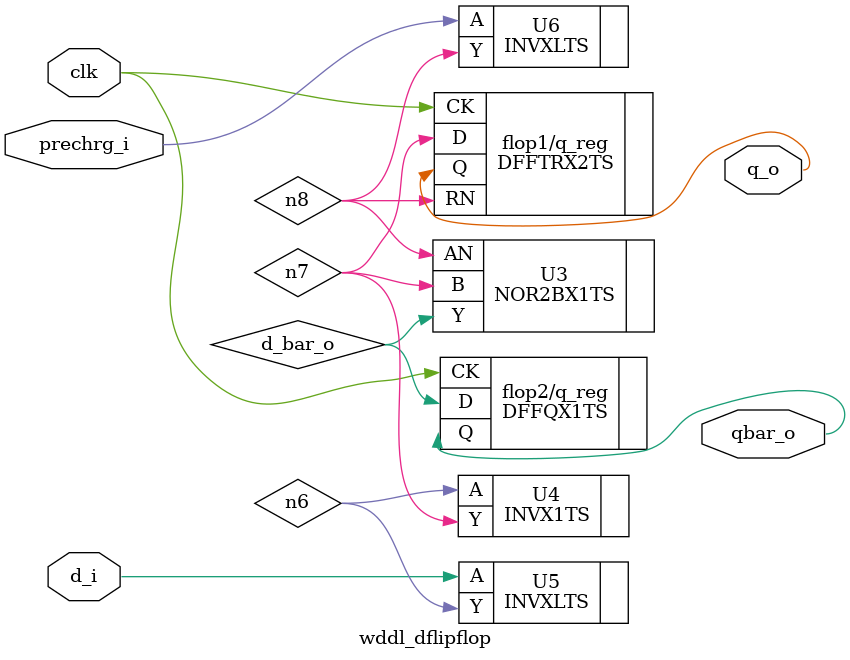
<source format=v>

module wddl_dflipflop ( d_i, prechrg_i, clk, q_o, qbar_o );
  input d_i, prechrg_i, clk;
  output q_o, qbar_o;
  wire   d_bar_o, n6, n7, n8;

  DFFQX1TS \flop2/q_reg  ( .D(d_bar_o), .CK(clk), .Q(qbar_o) );
  DFFTRX2TS \flop1/q_reg  ( .D(n7), .RN(n8), .CK(clk), .Q(q_o) );
  NOR2BX1TS U3 ( .AN(n8), .B(n7), .Y(d_bar_o) );
  INVX1TS U4 ( .A(n6), .Y(n7) );
  INVXLTS U5 ( .A(d_i), .Y(n6) );
  INVXLTS U6 ( .A(prechrg_i), .Y(n8) );
endmodule


</source>
